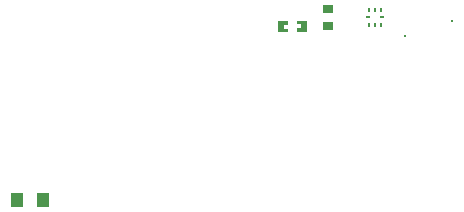
<source format=gtp>
G04 Layer: TopPasteMaskLayer*
G04 EasyEDA v6.5.50, 2025-07-23 08:09:46*
G04 fd94b24a4d154d9d8ede188550dba9a9,10c0a84da6c54f53babc60b4471cdfa3,10*
G04 Gerber Generator version 0.2*
G04 Scale: 100 percent, Rotated: No, Reflected: No *
G04 Dimensions in millimeters *
G04 leading zeros omitted , absolute positions ,4 integer and 5 decimal *
%FSLAX45Y45*%
%MOMM*%

%ADD10R,1.0000X1.2500*%
%ADD11C,0.3000*%
%ADD12R,0.9000X0.8000*%
%ADD13R,0.4000X0.2200*%
%ADD14R,0.2200X0.4000*%
%ADD15R,0.2800X0.4000*%
%ADD16R,0.0108X0.4000*%

%LPD*%
G36*
X4795418Y-2583891D02*
G01*
X4790389Y-2588920D01*
X4790389Y-2668879D01*
X4795418Y-2673908D01*
X4875377Y-2673908D01*
X4880406Y-2668879D01*
X4880406Y-2646121D01*
X4843424Y-2646121D01*
X4843424Y-2613101D01*
X4880406Y-2613101D01*
X4880406Y-2588920D01*
X4875377Y-2583891D01*
G37*
G36*
X4954422Y-2583891D02*
G01*
X4949393Y-2588920D01*
X4949393Y-2611678D01*
X4986375Y-2611678D01*
X4986375Y-2644698D01*
X4949393Y-2644698D01*
X4949393Y-2668879D01*
X4954422Y-2673908D01*
X5034381Y-2673908D01*
X5039410Y-2668879D01*
X5039410Y-2588920D01*
X5034381Y-2583891D01*
G37*
D10*
G01*
X2802402Y-4094081D03*
G01*
X2582387Y-4094081D03*
D11*
G01*
X5870765Y-2713385D03*
G01*
X6264186Y-2585547D03*
D12*
G01*
X5219700Y-2622702D03*
G01*
X5219700Y-2482697D03*
D13*
G01*
X5673394Y-2552700D03*
D14*
G01*
X5663387Y-2612694D03*
G01*
X5613400Y-2612694D03*
G01*
X5563387Y-2612694D03*
D13*
G01*
X5553405Y-2552700D03*
D14*
G01*
X5563412Y-2492705D03*
G01*
X5613400Y-2492705D03*
D15*
G01*
X5663387Y-2492705D03*
M02*

</source>
